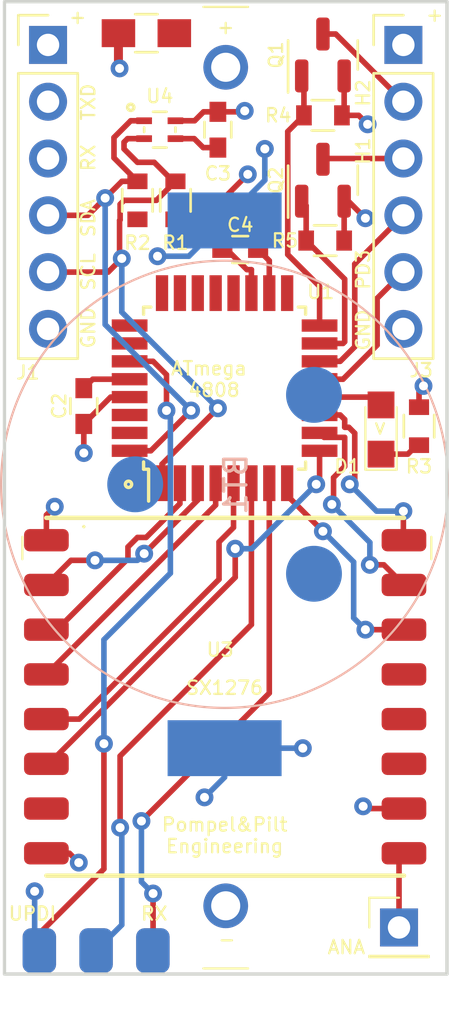
<source format=kicad_pcb>
(kicad_pcb (version 20211014) (generator pcbnew)
  (layers (0 "F.Cu" signal) (31 "B.Cu" signal) (37 "F.SilkS" user "F.Silkscreen") (38 "B.Mask" user) (39 "F.Mask" user) (44 "Edge.Cuts" user))
  (net 0 "")
  (net 1 "/RSTL")
  (net 2 "/SS")
  (net 3 "/SCK")
  (net 4 "/MOSI")
  (net 5 "/MISO")
  (net 6 "/REC_INT")
  (net 7 "GND")
  (net 8 "VCC")
  (net 9 "/INT1")
  (net 10 "/SDA")
  (net 11 "/SCL")
  (net 12 "Net-(D1-Pad1)")
  (net 13 "/LED")
  (net 14 "/ANA")
  (net 15 "/TXD")
  (net 16 "/D2")
  (net 17 "/D1")
  (net 21 "/RXD")
  (net 26 "/UPDI")
  (net 27 "/PD6")
  (net 28 "/PD5")
  (net 29 "/PD4")
  (net 30 "/PD3")
  (net 37 "/TX")
  (net 38 "/RX")
  (net 39 "/HP1")
  (net 40 "/HP2")
  (footprint "LEDs:LED_0805" (layer "F.Cu") (at 115.4 58.25 90)
    (fp_text reference "D1" (at -1.65 -1.5) (layer "F.SilkS") (effects (font (size 0.6 0.6) (thickness 0.1))))
    (fp_text value "LED")
    (fp_line (start -1.8 -0.7) (end 1 -0.7) (layer "F.SilkS") (width 0.1))
    (fp_line (start -1.8 -0.7) (end -1.8 0.7) (layer "F.SilkS") (width 0.1))
    (fp_line (start -1.8 0.7) (end 1 0.7) (layer "F.SilkS") (width 0.1))
    (pad "1" smd rect locked (at -1.1 0 270) (size 1.2 1.2) (layers "F.Cu" "F.Paste" "F.Mask") (net 12 "Net-(D1-Pad1)"))
    (pad "2" smd rect locked (at 1.1 0 270) (size 1.2 1.2) (layers "F.Cu" "F.Paste" "F.Mask") (net 13 "/LED"))
  )
  (footprint "Pin_Headers:Pin_Header_Straight_1x01_Pitch2.54mm" (layer "F.Cu") (at 116.205 80.518)
    (fp_text reference "AE1" hide)
    (fp_text value "Antenna")
    (fp_line (start 1.33 1.27) (end 1.33 1.33) (layer "F.SilkS") (width 0.1))
    (fp_line (start -1.33 -1.33) (end 0 -1.33) (layer "F.SilkS") (width 0.1))
    (fp_line (start -1.33 1.27) (end 1.33 1.27) (layer "F.SilkS") (width 0.1))
    (fp_line (start -1.33 0) (end -1.33 -1.33) (layer "F.SilkS") (width 0.1))
    (fp_line (start -1.33 1.27) (end -1.33 1.33) (layer "F.SilkS") (width 0.1))
    (fp_line (start -1.33 1.33) (end 1.33 1.33) (layer "F.SilkS") (width 0.1))
    (pad "1" thru_hole rect locked (at 0 0) (size 1.7 1.7) (drill 1) (layers *.Cu *.Mask) (net 14 "/ANA"))
  )
  (footprint "halib:EdgePads_FB_2x03" (layer "F.Cu") (at 102.65 84.6)
    (fp_text reference "J2" hide)
    (fp_text value "Conn_02x03_Top_Bottom")
    (pad "1" connect roundrect locked (at -2.54 -3.048) (size 1.5 2) (layers "F.Cu" "F.Mask") (net 26 "/UPDI"))
    (pad "2" connect roundrect locked (at 0 -3.048) (size 1.5 2) (layers "F.Cu" "F.Mask"))
    (pad "3" connect roundrect locked (at 2.54 -3.048) (size 1.5 2) (layers "F.Cu" "F.Mask") (net 15 "/TXD"))
    (pad "4" connect roundrect locked (at -2.54 -3.048) (size 1.5 2) (layers "B.Cu" "B.Mask") (net 8 "VCC"))
    (pad "5" connect roundrect locked (at 0 -3.048) (size 1.5 2) (layers "B.Cu" "B.Mask") (net 21 "/RXD"))
    (pad "6" connect roundrect locked (at 2.54 -3.048) (size 1.5 2) (layers "B.Cu" "B.Mask") (net 7 "GND"))
  )
  (footprint "halib:1276Module2mm" (layer "F.Cu") (at 106.426 76.2)
    (fp_text reference "U3" (at 1.774 -8.1) (layer "F.SilkS") (effects (font (size 0.6 0.6) (thickness 0.1))))
    (fp_text value "1276Module")
    (fp_line (start 10 2) (end -6 2) (layer "F.SilkS") (width 0.2))
    (fp_line (start -6 -14) (end 10 -14) (layer "F.SilkS") (width 0.2))
    (pad "1" smd roundrect (at 10 -1) (size 2 1) (layers "F.Cu" "F.Paste" "F.Mask") (net 7 "GND"))
    (pad "1" smd roundrect (at -6 1) (size 2 1) (layers "F.Cu" "F.Paste" "F.Mask") (net 7 "GND"))
    (pad "1" smd roundrect (at -6 -13) (size 2 1) (layers "F.Cu" "F.Paste" "F.Mask") (net 7 "GND"))
    (pad "2" smd roundrect (at -6 -11) (size 2 1) (layers "F.Cu" "F.Paste" "F.Mask") (net 5 "/MISO"))
    (pad "3" smd roundrect (at -6 -9) (size 2 1) (layers "F.Cu" "F.Paste" "F.Mask") (net 4 "/MOSI"))
    (pad "4" smd roundrect (at -6 -7) (size 2 1) (layers "F.Cu" "F.Paste" "F.Mask") (net 3 "/SCK"))
    (pad "5" smd roundrect (at -6 -5) (size 2 1) (layers "F.Cu" "F.Paste" "F.Mask") (net 2 "/SS"))
    (pad "6" smd roundrect (at -6 -3) (size 2 1) (layers "F.Cu" "F.Paste" "F.Mask") (net 1 "/RSTL"))
    (pad "7" smd roundrect (at 10 -9) (size 2 1) (layers "F.Cu" "F.Paste" "F.Mask") (net 6 "/REC_INT"))
    (pad "8" smd roundrect (at 10 -11) (size 2 1) (layers "F.Cu" "F.Paste" "F.Mask") (net 17 "/D1"))
    (pad "9" smd roundrect (at 10 -13) (size 2 1) (layers "F.Cu" "F.Paste" "F.Mask") (net 16 "/D2"))
    (pad "10" smd roundrect (at 10 -3) (size 2 1) (layers "F.Cu" "F.Paste" "F.Mask"))
    (pad "11" smd roundrect (at 10 -5) (size 2 1) (layers "F.Cu" "F.Paste" "F.Mask"))
    (pad "12" smd roundrect (at -6 -1) (size 2 1) (layers "F.Cu" "F.Paste" "F.Mask"))
    (pad "13" smd roundrect (at 10 1) (size 2 1) (layers "F.Cu" "F.Paste" "F.Mask") (net 14 "/ANA"))
    (pad "14" smd roundrect (at 10 -7) (size 2 1) (layers "F.Cu" "F.Paste" "F.Mask") (net 8 "VCC"))
  )
  (footprint "halib:CR123Holder" (layer "F.Cu") (at 108.45 42.05 -90)
    (fp_text reference "BT2" hide)
    (fp_text value "CR123")
    (fp_line (start 21 9.1) (end 22 9.1) (layer "F.SilkS") (width 0.1))
    (fp_line (start 21 -9.2) (end 22 -9.2) (layer "F.SilkS") (width 0.1))
    (fp_line (start 40.3 -1) (end 40.3 1) (layer "F.SilkS") (width 0.1))
    (fp_line (start -2.7 -1) (end -2.7 1) (layer "F.SilkS") (width 0.1))
    (pad "1" thru_hole circle locked (at 0 0 270) (size 2 2) (drill 1.3) (layers *.Cu *.Mask) (net 8 "VCC"))
    (pad "2" thru_hole circle locked (at 37.5 0 270) (size 2 2) (drill 1.3) (layers *.Cu *.Mask) (net 7 "GND"))
  )
  (footprint "halib:C_0603_Compact_hand" (layer "F.Cu") (at 102.1 57.2 -90)
    (fp_text reference "C2" (at 0 1.1 90) (layer "F.SilkS") (effects (font (size 0.6 0.6) (thickness 0.1))))
    (fp_text value "100n")
    (fp_line (start 0.35 0.6) (end -0.35 0.6) (layer "F.SilkS") (width 0.12))
    (fp_line (start -0.35 -0.6) (end 0.35 -0.6) (layer "F.SilkS") (width 0.12))
    (pad "1" smd rect locked (at -0.8 0 270) (size 0.9 0.75) (layers "F.Cu" "F.Paste" "F.Mask") (net 8 "VCC"))
    (pad "2" smd rect locked (at 0.8 0 270) (size 0.9 0.75) (layers "F.Cu" "F.Paste" "F.Mask") (net 7 "GND"))
  )
  (footprint "halib:C_0603_Compact_hand" (layer "F.Cu") (at 108.1 44.841421 90)
    (fp_text reference "C3" (at -1.958579 0 180) (layer "F.SilkS") (effects (font (size 0.6 0.6) (thickness 0.1))))
    (fp_text value "100n")
    (fp_line (start 0.35 0.6) (end -0.35 0.6) (layer "F.SilkS") (width 0.12))
    (fp_line (start -0.35 -0.6) (end 0.35 -0.6) (layer "F.SilkS") (width 0.12))
    (pad "1" smd rect locked (at -0.8 0 90) (size 0.9 0.75) (layers "F.Cu" "F.Paste" "F.Mask") (net 8 "VCC"))
    (pad "2" smd rect locked (at 0.8 0 90) (size 0.9 0.75) (layers "F.Cu" "F.Paste" "F.Mask") (net 7 "GND"))
  )
  (footprint "halib:C_0603_Compact_hand" (layer "F.Cu") (at 109.1 50.2 180)
    (fp_text reference "C4" (at 0 1.1) (layer "F.SilkS") (effects (font (size 0.6 0.6) (thickness 0.1))))
    (fp_text value "100n")
    (fp_line (start 0.35 0.6) (end -0.35 0.6) (layer "F.SilkS") (width 0.12))
    (fp_line (start -0.35 -0.6) (end 0.35 -0.6) (layer "F.SilkS") (width 0.12))
    (pad "1" smd rect locked (at -0.8 0 180) (size 0.9 0.75) (layers "F.Cu" "F.Paste" "F.Mask") (net 8 "VCC"))
    (pad "2" smd rect locked (at 0.8 0 180) (size 0.9 0.75) (layers "F.Cu" "F.Paste" "F.Mask") (net 7 "GND"))
  )
  (footprint "halib:R_0603_Compact_hand" (layer "F.Cu") (at 117.1 58.1 90)
    (fp_text reference "R3" (at -1.8 0) (layer "F.SilkS") (effects (font (size 0.6 0.6) (thickness 0.1))))
    (fp_text value "R400")
    (fp_line (start -0.5 -0.68) (end 0.5 -0.68) (layer "F.SilkS") (width 0.12))
    (fp_line (start 0.5 0.68) (end -0.5 0.68) (layer "F.SilkS") (width 0.12))
    (pad "1" smd rect locked (at -0.85 0 90) (size 0.7 0.9) (layers "F.Cu" "F.Paste" "F.Mask") (net 12 "Net-(D1-Pad1)"))
    (pad "2" smd rect locked (at 0.85 0 90) (size 0.7 0.9) (layers "F.Cu" "F.Paste" "F.Mask") (net 7 "GND"))
  )
  (footprint "halib:R_0603_Compact_hand" (layer "F.Cu") (at 106.2 48 90)
    (fp_text reference "R1" (at -1.9 0 180) (layer "F.SilkS") (effects (font (size 0.6 0.6) (thickness 0.1))))
    (fp_text value "4k7")
    (fp_line (start 0.5 0.68) (end -0.5 0.68) (layer "F.SilkS") (width 0.12))
    (fp_line (start -0.5 -0.68) (end 0.5 -0.68) (layer "F.SilkS") (width 0.12))
    (pad "1" smd rect locked (at -0.85 0 90) (size 0.7 0.9) (layers "F.Cu" "F.Paste" "F.Mask") (net 8 "VCC"))
    (pad "2" smd rect locked (at 0.85 0 90) (size 0.7 0.9) (layers "F.Cu" "F.Paste" "F.Mask") (net 11 "/SCL"))
  )
  (footprint "halib:R_0603_Compact_hand" (layer "F.Cu") (at 104.5 48 90)
    (fp_text reference "R2" (at -1.9 0 180) (layer "F.SilkS") (effects (font (size 0.6 0.6) (thickness 0.1))))
    (fp_text value "4k7")
    (fp_line (start -0.5 -0.68) (end 0.5 -0.68) (layer "F.SilkS") (width 0.12))
    (fp_line (start 0.5 0.68) (end -0.5 0.68) (layer "F.SilkS") (width 0.12))
    (pad "1" smd rect locked (at -0.85 0 90) (size 0.7 0.9) (layers "F.Cu" "F.Paste" "F.Mask") (net 8 "VCC"))
    (pad "2" smd rect locked (at 0.85 0 90) (size 0.7 0.9) (layers "F.Cu" "F.Paste" "F.Mask") (net 10 "/SDA"))
  )
  (footprint "Capacitors_SMD:C_0805_HandSoldering" (layer "F.Cu") (at 104.9 40.525 180)
    (fp_text reference "C1" hide)
    (fp_text value "10uF")
    (fp_line (start 0.5 -0.85) (end -0.5 -0.85) (layer "F.SilkS") (width 0.12))
    (fp_line (start -0.5 0.85) (end 0.5 0.85) (layer "F.SilkS") (width 0.12))
    (pad "1" smd rect locked (at -1.25 0 180) (size 1.5 1.25) (layers "F.Cu" "F.Paste" "F.Mask") (net 8 "VCC"))
    (pad "2" smd rect locked (at 1.25 0 180) (size 1.5 1.25) (layers "F.Cu" "F.Paste" "F.Mask") (net 7 "GND"))
  )
  (footprint "halib:R_0603_Compact_hand" (layer "F.Cu") (at 112.9 49.8)
    (fp_text reference "R5" (at -1.8 0) (layer "F.SilkS") (effects (font (size 0.6 0.6) (thickness 0.1))))
    (fp_text value "100k")
    (fp_line (start 0.5 0.68) (end -0.5 0.68) (layer "F.SilkS") (width 0.12))
    (fp_line (start -0.5 -0.68) (end 0.5 -0.68) (layer "F.SilkS") (width 0.12))
    (pad "1" smd rect locked (at -0.85 0) (size 0.7 0.9) (layers "F.Cu" "F.Paste" "F.Mask") (net 28 "/PD5"))
    (pad "2" smd rect locked (at 0.85 0) (size 0.7 0.9) (layers "F.Cu" "F.Paste" "F.Mask") (net 7 "GND"))
  )
  (footprint "Package_TO_SOT_SMD:SOT-23" (layer "F.Cu") (at 112.8 41.5 90)
    (fp_text reference "Q1" (at 0 -2.1 90) (layer "F.SilkS") (effects (font (size 0.6 0.6) (thickness 0.1))))
    (fp_text value "N-MOS")
    (fp_line (start 0 1.56) (end 0.65 1.56) (layer "F.SilkS") (width 0.12))
    (fp_line (start 0 1.56) (end -0.65 1.56) (layer "F.SilkS") (width 0.12))
    (fp_line (start 0 -1.56) (end 0.65 -1.56) (layer "F.SilkS") (width 0.12))
    (fp_line (start 0 -1.56) (end -1.675 -1.56) (layer "F.SilkS") (width 0.12))
    (pad "1" smd roundrect locked (at -0.9375 -0.95 90) (size 1.475 0.6) (layers "F.Cu" "F.Paste" "F.Mask") (net 27 "/PD6"))
    (pad "2" smd roundrect locked (at -0.9375 0.95 90) (size 1.475 0.6) (layers "F.Cu" "F.Paste" "F.Mask") (net 7 "GND"))
    (pad "3" smd roundrect locked (at 0.9375 0 90) (size 1.475 0.6) (layers "F.Cu" "F.Paste" "F.Mask") (net 39 "/HP1"))
  )
  (footprint "Package_QFP:TQFP-32_7x7mm_P0.8mm" (layer "F.Cu") (at 108.4 56.4 90)
    (fp_text reference "U1" (at 4.3 4.3 180) (layer "F.SilkS") (effects (font (size 0.6 0.6) (thickness 0.1))))
    (fp_text value "ATmega4808-A")
    (fp_line (start -3.625 -3.625) (end -3.3 -3.625) (layer "F.SilkS") (width 0.15))
    (fp_line (start -3.625 3.625) (end -3.625 3.3) (layer "F.SilkS") (width 0.15))
    (fp_line (start 3.625 3.625) (end 3.3 3.625) (layer "F.SilkS") (width 0.15))
    (fp_line (start -3.625 -3.625) (end -3.625 -3.4) (layer "F.SilkS") (width 0.15))
    (fp_line (start 3.625 3.625) (end 3.625 3.3) (layer "F.SilkS") (width 0.15))
    (fp_line (start 3.625 -3.625) (end 3.625 -3.3) (layer "F.SilkS") (width 0.15))
    (fp_line (start -3.625 3.625) (end -3.3 3.625) (layer "F.SilkS") (width 0.15))
    (fp_line (start -3.625 -3.4) (end -5.05 -3.4) (layer "F.SilkS") (width 0.15))
    (fp_line (start 3.625 -3.625) (end 3.3 -3.625) (layer "F.SilkS") (width 0.15))
    (pad "1" smd rect locked (at -4.25 -2.8 90) (size 1.6 0.55) (layers "F.Cu" "F.Paste" "F.Mask") (net 11 "/SCL"))
    (pad "2" smd rect locked (at -4.25 -2 90) (size 1.6 0.55) (layers "F.Cu" "F.Paste" "F.Mask") (net 4 "/MOSI"))
    (pad "3" smd rect locked (at -4.25 -1.2 90) (size 1.6 0.55) (layers "F.Cu" "F.Paste" "F.Mask") (net 5 "/MISO"))
    (pad "4" smd rect locked (at -4.25 -0.4 90) (size 1.6 0.55) (layers "F.Cu" "F.Paste" "F.Mask") (net 3 "/SCK"))
    (pad "5" smd rect locked (at -4.25 0.4 90) (size 1.6 0.55) (layers "F.Cu" "F.Paste" "F.Mask") (net 2 "/SS"))
    (pad "6" smd rect locked (at -4.25 1.2 90) (size 1.6 0.55) (layers "F.Cu" "F.Paste" "F.Mask") (net 15 "/TXD"))
    (pad "7" smd rect locked (at -4.25 2 90) (size 1.6 0.55) (layers "F.Cu" "F.Paste" "F.Mask") (net 21 "/RXD"))
    (pad "8" smd rect locked (at -4.25 2.8 90) (size 1.6 0.55) (layers "F.Cu" "F.Paste" "F.Mask") (net 6 "/REC_INT"))
    (pad "9" smd rect locked (at -2.8 4.25 180) (size 1.6 0.55) (layers "F.Cu" "F.Paste" "F.Mask") (net 1 "/RSTL"))
    (pad "10" smd rect locked (at -2 4.25 180) (size 1.6 0.55) (layers "F.Cu" "F.Paste" "F.Mask") (net 17 "/D1"))
    (pad "11" smd rect locked (at -1.2 4.25 180) (size 1.6 0.55) (layers "F.Cu" "F.Paste" "F.Mask") (net 16 "/D2"))
    (pad "12" smd rect locked (at -0.4 4.25 180) (size 1.6 0.55) (layers "F.Cu" "F.Paste" "F.Mask") (net 13 "/LED"))
    (pad "13" smd rect locked (at 0.4 4.25 180) (size 1.6 0.55) (layers "F.Cu" "F.Paste" "F.Mask") (net 30 "/PD3"))
    (pad "14" smd rect locked (at 1.2 4.25 180) (size 1.6 0.55) (layers "F.Cu" "F.Paste" "F.Mask") (net 29 "/PD4"))
    (pad "15" smd rect locked (at 2 4.25 180) (size 1.6 0.55) (layers "F.Cu" "F.Paste" "F.Mask") (net 28 "/PD5"))
    (pad "16" smd rect locked (at 2.8 4.25 180) (size 1.6 0.55) (layers "F.Cu" "F.Paste" "F.Mask") (net 27 "/PD6"))
    (pad "17" smd rect locked (at 4.25 2.8 90) (size 1.6 0.55) (layers "F.Cu" "F.Paste" "F.Mask"))
    (pad "18" smd rect locked (at 4.25 2 90) (size 1.6 0.55) (layers "F.Cu" "F.Paste" "F.Mask") (net 8 "VCC"))
    (pad "19" smd rect locked (at 4.25 1.2 90) (size 1.6 0.55) (layers "F.Cu" "F.Paste" "F.Mask") (net 7 "GND"))
    (pad "20" smd rect locked (at 4.25 0.4 90) (size 1.6 0.55) (layers "F.Cu" "F.Paste" "F.Mask"))
    (pad "21" smd rect locked (at 4.25 -0.4 90) (size 1.6 0.55) (layers "F.Cu" "F.Paste" "F.Mask"))
    (pad "22" smd rect locked (at 4.25 -1.2 90) (size 1.6 0.55) (layers "F.Cu" "F.Paste" "F.Mask"))
    (pad "23" smd rect locked (at 4.25 -2 90) (size 1.6 0.55) (layers "F.Cu" "F.Paste" "F.Mask"))
    (pad "24" smd rect locked (at 4.25 -2.8 90) (size 1.6 0.55) (layers "F.Cu" "F.Paste" "F.Mask"))
    (pad "25" smd rect locked (at 2.8 -4.25 180) (size 1.6 0.55) (layers "F.Cu" "F.Paste" "F.Mask"))
    (pad "26" smd rect locked (at 2 -4.25 180) (size 1.6 0.55) (layers "F.Cu" "F.Paste" "F.Mask"))
    (pad "27" smd rect locked (at 1.2 -4.25 180) (size 1.6 0.55) (layers "F.Cu" "F.Paste" "F.Mask") (net 26 "/UPDI"))
    (pad "28" smd rect locked (at 0.4 -4.25 180) (size 1.6 0.55) (layers "F.Cu" "F.Paste" "F.Mask") (net 8 "VCC"))
    (pad "29" smd rect locked (at -0.4 -4.25 180) (size 1.6 0.55) (layers "F.Cu" "F.Paste" "F.Mask") (net 7 "GND"))
    (pad "30" smd rect locked (at -1.2 -4.25 180) (size 1.6 0.55) (layers "F.Cu" "F.Paste" "F.Mask"))
    (pad "31" smd rect locked (at -2 -4.25 180) (size 1.6 0.55) (layers "F.Cu" "F.Paste" "F.Mask") (net 9 "/INT1"))
    (pad "32" smd rect locked (at -2.8 -4.25 180) (size 1.6 0.55) (layers "F.Cu" "F.Paste" "F.Mask") (net 10 "/SDA"))
  )
  (footprint "Connector_PinHeader_2.54mm:PinHeader_1x06_P2.54mm_Vertical" (layer "F.Cu") (at 100.5 41.05)
    (fp_text reference "J1" (at -0.9 14.65) (layer "F.SilkS") (effects (font (size 0.6 0.6) (thickness 0.1))))
    (fp_text value "Conn_01x06")
    (fp_line (start -1.33 -1.33) (end 0 -1.33) (layer "F.SilkS") (width 0.12))
    (fp_line (start -1.33 14.03) (end 1.33 14.03) (layer "F.SilkS") (width 0.12))
    (fp_line (start -1.33 1.27) (end -1.33 14.03) (layer "F.SilkS") (width 0.12))
    (fp_line (start -1.33 1.27) (end 1.33 1.27) (layer "F.SilkS") (width 0.12))
    (fp_line (start 1.33 1.27) (end 1.33 14.03) (layer "F.SilkS") (width 0.12))
    (fp_line (start -1.33 0) (end -1.33 -1.33) (layer "F.SilkS") (width 0.12))
    (pad "1" thru_hole rect locked (at 0 0) (size 1.7 1.7) (drill 1) (layers *.Cu *.Mask) (net 8 "VCC"))
    (pad "2" thru_hole oval locked (at 0 2.54) (size 1.7 1.7) (drill 1) (layers *.Cu *.Mask) (net 37 "/TX"))
    (pad "3" thru_hole oval locked (at 0 5.08) (size 1.7 1.7) (drill 1) (layers *.Cu *.Mask) (net 38 "/RX"))
    (pad "4" thru_hole oval locked (at 0 7.62) (size 1.7 1.7) (drill 1) (layers *.Cu *.Mask) (net 10 "/SDA"))
    (pad "5" thru_hole oval locked (at 0 10.16) (size 1.7 1.7) (drill 1) (layers *.Cu *.Mask) (net 11 "/SCL"))
    (pad "6" thru_hole oval locked (at 0 12.7) (size 1.7 1.7) (drill 1) (layers *.Cu *.Mask) (net 7 "GND"))
  )
  (footprint "Connector_PinHeader_2.54mm:PinHeader_1x06_P2.54mm_Vertical" (layer "F.Cu") (at 116.4 41.05)
    (fp_text reference "J3" (at 0.8 14.55) (layer "F.SilkS") (effects (font (size 0.6 0.6) (thickness 0.1))))
    (fp_text value "Conn_01x06")
    (fp_line (start -1.33 1.27) (end -1.33 14.03) (layer "F.SilkS") (width 0.12))
    (fp_line (start -1.33 0) (end -1.33 -1.33) (layer "F.SilkS") (width 0.12))
    (fp_line (start -1.33 1.27) (end 1.33 1.27) (layer "F.SilkS") (width 0.12))
    (fp_line (start -1.33 -1.33) (end 0 -1.33) (layer "F.SilkS") (width 0.12))
    (fp_line (start 1.33 1.27) (end 1.33 14.03) (layer "F.SilkS") (width 0.12))
    (fp_line (start -1.33 14.03) (end 1.33 14.03) (layer "F.SilkS") (width 0.12))
    (pad "1" thru_hole rect locked (at 0 0) (size 1.7 1.7) (drill 1) (layers *.Cu *.Mask) (net 8 "VCC"))
    (pad "2" thru_hole oval locked (at 0 2.54) (size 1.7 1.7) (drill 1) (layers *.Cu *.Mask) (net 39 "/HP1"))
    (pad "3" thru_hole oval locked (at 0 5.08) (size 1.7 1.7) (drill 1) (layers *.Cu *.Mask) (net 40 "/HP2"))
    (pad "4" thru_hole oval locked (at 0 7.62) (size 1.7 1.7) (drill 1) (layers *.Cu *.Mask) (net 29 "/PD4"))
    (pad "5" thru_hole oval locked (at 0 10.16) (size 1.7 1.7) (drill 1) (layers *.Cu *.Mask) (net 30 "/PD3"))
    (pad "6" thru_hole oval locked (at 0 12.7) (size 1.7 1.7) (drill 1) (layers *.Cu *.Mask) (net 7 "GND"))
  )
  (footprint "halib:R_0603_Compact_hand" (layer "F.Cu") (at 112.8 44.2)
    (fp_text reference "R4" (at -2 0) (layer "F.SilkS") (effects (font (size 0.6 0.6) (thickness 0.1))))
    (fp_text value "100k")
    (fp_line (start -0.5 -0.68) (end 0.5 -0.68) (layer "F.SilkS") (width 0.12))
    (fp_line (start 0.5 0.68) (end -0.5 0.68) (layer "F.SilkS") (width 0.12))
    (pad "1" smd rect locked (at -0.85 0) (size 0.7 0.9) (layers "F.Cu" "F.Paste" "F.Mask") (net 27 "/PD6"))
    (pad "2" smd rect locked (at 0.85 0) (size 0.7 0.9) (layers "F.Cu" "F.Paste" "F.Mask") (net 7 "GND"))
  )
  (footprint "halib:SHT4x" (layer "F.Cu") (at 105.5 44.841421)
    (fp_text reference "U4" (at 0 -1.5 unlocked) (layer "F.SilkS") (effects (font (size 0.6 0.6) (thickness 0.1))))
    (fp_text value "SHT4x")
    (fp_line (start -0.7 -0.1) (end -0.7 0.1) (layer "F.SilkS") (width 0.12))
    (fp_line (start -0.3 0.8) (end 0.3 0.8) (layer "F.SilkS") (width 0.12))
    (fp_line (start -0.3 -0.8) (end 0.3 -0.8) (layer "F.SilkS") (width 0.12))
    (fp_line (start 0.7 -0.1) (end 0.7 0.1) (layer "F.SilkS") (width 0.12))
    (pad "1" smd rect locked (at -0.7 -0.4) (size 0.7 0.3) (layers "F.Cu" "F.Paste" "F.Mask") (net 10 "/SDA"))
    (pad "2" smd rect (at -0.7 0.4) (size 0.7 0.3) (layers "F.Cu" "F.Paste" "F.Mask") (net 11 "/SCL"))
    (pad "3" smd rect (at 0.7 0.4) (size 0.7 0.3) (layers "F.Cu" "F.Paste" "F.Mask") (net 8 "VCC"))
    (pad "4" smd rect (at 0.7 -0.4) (size 0.7 0.3) (layers "F.Cu" "F.Paste" "F.Mask") (net 7 "GND"))
  )
  (footprint "Package_TO_SOT_SMD:SOT-23" (layer "F.Cu") (at 112.8 47.1 90)
    (fp_text reference "Q2" (at 0 -2.1 90) (layer "F.SilkS") (effects (font (size 0.6 0.6) (thickness 0.1))))
    (fp_text value "N-MOS")
    (fp_line (start 0 -1.56) (end 0.65 -1.56) (layer "F.SilkS") (width 0.12))
    (fp_line (start 0 -1.56) (end -1.675 -1.56) (layer "F.SilkS") (width 0.12))
    (fp_line (start 0 1.56) (end -0.65 1.56) (layer "F.SilkS") (width 0.12))
    (fp_line (start 0 1.56) (end 0.65 1.56) (layer "F.SilkS") (width 0.12))
    (pad "1" smd roundrect locked (at -0.9375 -0.95 90) (size 1.475 0.6) (layers "F.Cu" "F.Paste" "F.Mask") (net 28 "/PD5"))
    (pad "2" smd roundrect locked (at -0.9375 0.95 90) (size 1.475 0.6) (layers "F.Cu" "F.Paste" "F.Mask") (net 7 "GND"))
    (pad "3" smd roundrect locked (at 0.9375 0 90) (size 1.475 0.6) (layers "F.Cu" "F.Paste" "F.Mask") (net 40 "/HP2"))
  )
  (footprint "halib:2032-SMD_COMPACT" (layer "B.Cu") (at 108.4 60.7 -90)
    (fp_text reference "BT1" (at 0 -0.5 90) (layer "B.SilkS") (effects (justify mirror)))
    (fp_text value "CR2032")
    (fp_circle (center 0 0) (end 10 0) (layer "B.SilkS") (width 0.1) (fill none))
    (pad "1" smd rect locked (at 11.8 0 270) (size 2.5 5.1) (layers "B.Cu" "B.Paste" "B.Mask") (net 8 "VCC"))
    (pad "1" smd rect locked (at -11.8 0 270) (size 2.5 5.1) (layers "B.Cu" "B.Paste" "B.Mask") (net 8 "VCC"))
    (pad "2" smd circle locked (at -4 -4 270) (size 2.5 2.5) (layers "B.Cu" "B.Paste" "B.Mask") (net 7 "GND"))
    (pad "2" smd circle locked (at 4 -4 270) (size 2.5 2.5) (layers "B.Cu" "B.Paste" "B.Mask") (net 7 "GND"))
    (pad "2" smd circle locked (at 0 4 270) (size 2.5 2.5) (layers "B.Cu" "B.Paste" "B.Mask") (net 7 "GND"))
  )
  (gr_circle (center 104.2 43.841421) (end 104.3 43.941421) (layer "F.SilkS") (width 0.15) (fill none))
  (gr_circle (center 104.1 60.7) (end 104.2 60.8) (layer "F.SilkS") (width 0.15) (fill none))
  (gr_line (start 98.55 39.116) (end 118.35 39.116) (layer "Edge.Cuts") (width 0.15))
  (gr_line (start 118.35 82.6) (end 98.55 82.6) (layer "Edge.Cuts") (width 0.15))
  (gr_line (start 98.55 82.6) (end 98.55 39.116) (layer "Edge.Cuts") (width 0.15))
  (gr_line (start 118.35 39.116) (end 118.35 82.6) (layer "Edge.Cuts") (width 0.15))
  (gr_text "-" (at 108.5 81.05) (layer "F.SilkS") (effects (font (size 0.6 0.6) (thickness 0.1))))
  (gr_text "." (at 102.1 62.35) (layer "F.SilkS") (effects (font (size 0.6 0.6) (thickness 0.1))))
  (gr_text "+" (at 101.825 39.8) (layer "F.SilkS") (effects (font (size 0.6 0.6) (thickness 0.1))))
  (gr_text "GND" (at 102.3 53.7 90) (layer "F.SilkS") (effects (font (size 0.6 0.6) (thickness 0.1))))
  (gr_text "RX" (at 102.3 46.1 90) (layer "F.SilkS") (effects (font (size 0.6 0.6) (thickness 0.1))))
  (gr_text "+" (at 117.8 39.7) (layer "F.SilkS") (effects (font (size 0.6 0.6) (thickness 0.1))))
  (gr_text "PD3" (at 114.6 51.1 90) (layer "F.SilkS") (effects (font (size 0.6 0.6) (thickness 0.1))))
  (gr_text "ATmega\n 4808" (at 107.7 56) (layer "F.SilkS") (effects (font (size 0.6 0.6) (thickness 0.1))))
  (gr_text "+" (at 108.45 40.25) (layer "F.SilkS") (effects (font (size 0.6 0.6) (thickness 0.1))))
  (gr_text "H2" (at 114.6 43.2 90) (layer "F.SilkS") (effects (font (size 0.6 0.6) (thickness 0.1))))
  (gr_text "GND" (at 114.6 53.8 90) (layer "F.SilkS") (effects (font (size 0.6 0.6) (thickness 0.1))))
  (gr_text ">" (at 115.4 58.2 270) (layer "F.SilkS") (effects (font (size 0.6 0.6) (thickness 0.1))))
  (gr_text "Pompel&Pilt\nEngineering" (at 108.4 76.4) (layer "F.SilkS") (effects (font (size 0.6 0.6) (thickness 0.1))))
  (gr_text "RX" (at 105.25 79.9) (layer "F.SilkS") (effects (font (size 0.6 0.6) (thickness 0.1))))
  (gr_text "H1" (at 114.6 45.8 90) (layer "F.SilkS") (effects (font (size 0.6 0.6) (thickness 0.1))))
  (gr_text "ANA" (at 113.85 81.4) (layer "F.SilkS") (effects (font (size 0.6 0.6) (thickness 0.1))))
  (gr_text "TXD" (at 102.3 43.6 90) (layer "F.SilkS") (effects (font (size 0.6 0.6) (thickness 0.1))))
  (gr_text "SDA" (at 102.3 48.8 90) (layer "F.SilkS") (effects (font (size 0.6 0.6) (thickness 0.1))))
  (gr_text "UPDI" (at 99.8 79.9) (layer "F.SilkS") (effects (font (size 0.6 0.6) (thickness 0.1))))
  (gr_text "SCL" (at 102.3 51.2 90) (layer "F.SilkS") (effects (font (size 0.6 0.6) (thickness 0.1))))
  (gr_text "SX1276" (at 108.4 69.8) (layer "F.SilkS") (effects (font (size 0.6 0.6) (thickness 0.1))))
  (segment (start 112.65 59.2) (end 112.65 60.55) (width 0.25) (layer "F.Cu") (net 1))
  (segment (start 108.8755 64.860204) (end 108.8755 63.579307) (width 0.25) (layer "F.Cu") (net 1))
  (segment (start 100.426 73.2) (end 100.535704 73.2) (width 0.25) (layer "F.Cu") (net 1))
  (segment (start 112.65 60.55) (end 112.5 60.7) (width 0.25) (layer "F.Cu") (net 1))
  (segment (start 100.535704 73.2) (end 108.8755 64.860204) (width 0.25) (layer "F.Cu") (net 1))
  (via (at 112.5 60.7) (size 0.8) (drill 0.4) (layers "F.Cu" "B.Cu") (net 1))
  (via (at 108.8755 63.579307) (size 0.8) (drill 0.4) (layers "F.Cu" "B.Cu") (net 1))
  (segment (start 109.620693 63.579307) (end 108.8755 63.579307) (width 0.25) (layer "B.Cu") (net 1))
  (segment (start 112.5 60.7) (end 109.620693 63.579307) (width 0.25) (layer "B.Cu") (net 1))
  (segment (start 101.9 71.2) (end 100.426 71.2) (width 0.25) (layer "F.Cu") (net 2))
  (segment (start 108.8 62.630207) (end 108.150999 63.279208) (width 0.25) (layer "F.Cu") (net 2))
  (segment (start 108.8 60.65) (end 108.8 62.630207) (width 0.25) (layer "F.Cu") (net 2))
  (segment (start 108.150999 64.949001) (end 101.9 71.2) (width 0.25) (layer "F.Cu") (net 2))
  (segment (start 108.150999 63.279208) (end 108.150999 64.949001) (width 0.25) (layer "F.Cu") (net 2))
  (segment (start 108 61.626) (end 100.426 69.2) (width 0.25) (layer "F.Cu") (net 3))
  (segment (start 108 60.65) (end 108 61.626) (width 0.25) (layer "F.Cu") (net 3))
  (segment (start 104.889498 63.0762) (end 104.500602 63.0762) (width 0.25) (layer "F.Cu") (net 4))
  (segment (start 104.0762 64.0238) (end 100.9 67.2) (width 0.25) (layer "F.Cu") (net 4))
  (segment (start 104.500602 63.0762) (end 104.0762 63.500602) (width 0.25) (layer "F.Cu") (net 4))
  (segment (start 106.4 61.565698) (end 104.889498 63.0762) (width 0.25) (layer "F.Cu") (net 4))
  (segment (start 104.0762 63.500602) (end 104.0762 64.0238) (width 0.25) (layer "F.Cu") (net 4))
  (segment (start 100.9 67.2) (end 100.426 67.2) (width 0.25) (layer "F.Cu") (net 4))
  (segment (start 106.4 60.65) (end 106.4 61.565698) (width 0.25) (layer "F.Cu") (net 4))
  (segment (start 107.2 61.401402) (end 104.800701 63.800701) (width 0.25) (layer "F.Cu") (net 5))
  (segment (start 101.526 64.1) (end 100.426 65.2) (width 0.25) (layer "F.Cu") (net 5))
  (segment (start 102.6 64.1) (end 101.526 64.1) (width 0.25) (layer "F.Cu") (net 5))
  (segment (start 107.2 60.65) (end 107.2 61.401402) (width 0.25) (layer "F.Cu") (net 5))
  (via (at 102.6 64.1) (size 0.8) (drill 0.4) (layers "F.Cu" "B.Cu") (net 5))
  (via (at 104.800701 63.800701) (size 0.8) (drill 0.4) (layers "F.Cu" "B.Cu") (net 5))
  (segment (start 104.501402 64.1) (end 104.800701 63.800701) (width 0.25) (layer "B.Cu") (net 5))
  (segment (start 102.6 64.1) (end 104.501402 64.1) (width 0.25) (layer "B.Cu") (net 5))
  (segment (start 111.2 61.2) (end 112.8 62.8) (width 0.25) (layer "F.Cu") (net 6))
  (segment (start 111.2 60.65) (end 111.2 61.2) (width 0.25) (layer "F.Cu") (net 6))
  (segment (start 114.7 67.2) (end 116.426 67.2) (width 0.25) (layer "F.Cu") (net 6))
  (via (at 112.8 62.8) (size 0.8) (drill 0.4) (layers "F.Cu" "B.Cu") (net 6))
  (via (at 114.7 67.2) (size 0.8) (drill 0.4) (layers "F.Cu" "B.Cu") (net 6))
  (segment (start 114.175499 64.175499) (end 114.175499 66.675499) (width 0.25) (layer "B.Cu") (net 6))
  (segment (start 112.8 62.8) (end 114.175499 64.175499) (width 0.25) (layer "B.Cu") (net 6))
  (segment (start 114.175499 66.675499) (end 114.7 67.2) (width 0.25) (layer "B.Cu") (net 6))
  (segment (start 114.7 75.2) (end 114.6 75.1) (width 0.25) (layer "F.Cu") (net 7))
  (segment (start 113.65 44.2) (end 114.4 44.2) (width 0.25) (layer "F.Cu") (net 7))
  (segment (start 113.75 42.4375) (end 113.75 44.1) (width 0.25) (layer "F.Cu") (net 7))
  (segment (start 101.45727 77.2) (end 101.8755 77.61823) (width 0.25) (layer "F.Cu") (net 7))
  (segment (start 108.3 47.975402) (end 109.437701 46.837701) (width 0.25) (layer "F.Cu") (net 7))
  (segment (start 109.6 51.1) (end 109.6 52.15) (width 0.25) (layer "F.Cu") (net 7))
  (segment (start 108.1 44.041421) (end 109.258579 44.041421) (width 0.25) (layer "F.Cu") (net 7))
  (segment (start 113.75 44.1) (end 113.65 44.2) (width 0.25) (layer "F.Cu") (net 7))
  (segment (start 117.1 57.25) (end 117.1 56.5) (width 0.25) (layer "F.Cu") (net 7))
  (segment (start 102.1 58) (end 102.1 59.3) (width 0.25) (layer "F.Cu") (net 7))
  (segment (start 109.258579 44.041421) (end 109.3 44) (width 0.25) (layer "F.Cu") (net 7))
  (segment (start 113.9375 48.0375) (end 114.7 48.8) (width 0.25) (layer "F.Cu") (net 7))
  (segment (start 109.399511 51.1) (end 109.6 51.1) (width 0.25) (layer "F.Cu") (net 7))
  (segment (start 108.1 44.041421) (end 107.458579 44.041421) (width 0.25) (layer "F.Cu") (net 7))
  (segment (start 100.426 77.2) (end 101.45727 77.2) (width 0.25) (layer "F.Cu") (net 7))
  (segment (start 100.426 62.074) (end 100.8 61.7) (width 0.25) (layer "F.Cu") (net 7))
  (segment (start 116.426 75.2) (end 114.7 75.2) (width 0.25) (layer "F.Cu") (net 7))
  (segment (start 113.75 48.0375) (end 113.9375 48.0375) (width 0.25) (layer "F.Cu") (net 7))
  (segment (start 108.499511 50.2) (end 109.399511 51.1) (width 0.25) (layer "F.Cu") (net 7))
  (segment (start 107.058579 44.441421) (end 106.2 44.441421) (width 0.25) (layer "F.Cu") (net 7))
  (segment (start 117.1 56.5) (end 117.3 56.3) (width 0.25) (layer "F.Cu") (net 7))
  (segment (start 107.458579 44.041421) (end 107.058579 44.441421) (width 0.25) (layer "F.Cu") (net 7))
  (segment (start 108.3 50.2) (end 108.3 47.975402) (width 0.25) (layer "F.Cu") (net 7))
  (segment (start 100.426 63.2) (end 100.426 62.074) (width 0.25) (layer "F.Cu") (net 7))
  (segment (start 103.65 42.05) (end 103.7 42.1) (width 0.25) (layer "F.Cu") (net 7))
  (segment (start 114.4 44.2) (end 114.8 44.6) (width 0.25) (layer "F.Cu") (net 7))
  (segment (start 103.65 40.525) (end 103.65 42.05) (width 0.4) (layer "F.Cu") (net 7))
  (segment (start 102.1 58) (end 103.3 56.8) (width 0.25) (layer "F.Cu") (net 7))
  (segment (start 103.3 56.8) (end 104.15 56.8) (width 0.25) (layer "F.Cu") (net 7))
  (segment (start 113.75 48.0375) (end 113.75 49.8) (width 0.25) (layer "F.Cu") (net 7))
  (segment (start 108.3 50.2) (end 108.499511 50.2) (width 0.25) (layer "F.Cu") (net 7))
  (via (at 109.437701 46.837701) (size 0.8) (drill 0.4) (layers "F.Cu" "B.Cu") (net 7))
  (via (at 100.8 61.7) (size 0.8) (drill 0.4) (layers "F.Cu" "B.Cu") (net 7))
  (via (at 102.1 59.3) (size 0.8) (drill 0.4) (layers "F.Cu" "B.Cu") (net 7))
  (via (at 114.7 48.8) (size 0.8) (drill 0.4) (layers "F.Cu" "B.Cu") (net 7))
  (via (at 109.3 44) (size 0.8) (drill 0.4) (layers "F.Cu" "B.Cu") (net 7))
  (via (at 101.8755 77.61823) (size 0.8) (drill 0.4) (layers "F.Cu" "B.Cu") (net 7))
  (via (at 114.6 75.1) (size 0.8) (drill 0.4) (layers "F.Cu" "B.Cu") (net 7))
  (via (at 103.7 42.1) (size 0.8) (drill 0.4) (layers "F.Cu" "B.Cu") (net 7))
  (via (at 114.8 44.6) (size 0.8) (drill 0.4) (layers "F.Cu" "B.Cu") (net 7))
  (via (at 117.3 56.3) (size 0.8) (drill 0.4) (layers "F.Cu" "B.Cu") (net 7))
  (segment (start 102.5 56) (end 104.15 56) (width 0.25) (layer "F.Cu") (net 8))
  (segment (start 107.441421 45.641421) (end 107.041421 45.241421) (width 0.25) (layer "F.Cu") (net 8))
  (segment (start 110.4 50.7) (end 110.4 52.15) (width 0.25) (layer "F.Cu") (net 8))
  (segment (start 109.9 50.2) (end 110.4 50.7) (width 0.25) (layer "F.Cu") (net 8))
  (segment (start 108.1 45.641421) (end 107.441421 45.641421) (width 0.25) (layer "F.Cu") (net 8))
  (segment (start 110.3 52.05) (end 110.4 52.15) (width 0.25) (layer "F.Cu") (net 8))
  (segment (start 102.1 56.4) (end 102.5 56) (width 0.25) (layer "F.Cu") (net 8))
  (segment (start 107.041421 45.241421) (end 106.2 45.241421) (width 0.25) (layer "F.Cu") (net 8))
  (via (at 107.5 74.7) (size 0.8) (drill 0.4) (layers "F.Cu" "B.Cu") (net 8))
  (via (at 111.9 72.5) (size 0.8) (drill 0.4) (layers "F.Cu" "B.Cu") (net 8))
  (via (at 110.2 45.7) (size 0.8) (drill 0.4) (layers "F.Cu" "B.Cu") (net 8))
  (via (at 105.4 50.5) (size 0.8) (drill 0.4) (layers "F.Cu" "B.Cu") (net 8))
  (via (at 99.9 78.9) (size 0.8) (drill 0.4) (layers "F.Cu" "B.Cu") (net 8))
  (segment (start 100.11 81.552) (end 99.9 81.342) (width 0.25) (layer "B.Cu") (net 8))
  (segment (start 108.4 72.5) (end 108.4 73.8) (width 0.25) (layer "B.Cu") (net 8))
  (segment (start 106.8 50.5) (end 105.4 50.5) (width 0.25) (layer "B.Cu") (net 8))
  (segment (start 108.4 72.5) (end 111.9 72.5) (width 0.25) (layer "B.Cu") (net 8))
  (segment (start 108.4 48.9) (end 106.8 50.5) (width 0.25) (layer "B.Cu") (net 8))
  (segment (start 99.9 81.342) (end 99.9 78.9) (width 0.25) (layer "B.Cu") (net 8))
  (segment (start 110.2 47.1) (end 110.2 45.7) (width 0.25) (layer "B.Cu") (net 8))
  (segment (start 108.4 73.8) (end 107.5 74.7) (width 0.25) (layer "B.Cu") (net 8))
  (segment (start 108.4 48.9) (end 110.2 47.1) (width 0.25) (layer "B.Cu") (net 8))
  (segment (start 104.2 44.441421) (end 104.8 44.441421) (width 0.25) (layer "F.Cu") (net 10))
  (segment (start 104.15 59.2) (end 105.1 59.2) (width 0.25) (layer "F.Cu") (net 10))
  (segment (start 103.055718 47.899248) (end 102.284966 48.67) (width 0.25) (layer "F.Cu") (net 10))
  (segment (start 104.5 47.15) (end 103.804966 47.15) (width 0.25) (layer "F.Cu") (net 10))
  (segment (start 102.284966 48.67) (end 100.5 48.67) (width 0.25) (layer "F.Cu") (net 10))
  (segment (start 103.450489 45.190932) (end 104.2 44.441421) (width 0.25) (layer "F.Cu") (net 10))
  (segment (start 104.5 47.15) (end 103.450489 46.100489) (width 0.25) (layer "F.Cu") (net 10))
  (segment (start 103.804966 47.15) (end 103.055718 47.899248) (width 0.25) (layer "F.Cu") (net 10))
  (segment (start 103.450489 46.100489) (end 103.450489 45.190932) (width 0.25) (layer "F.Cu") (net 10))
  (segment (start 105.1 59.2) (end 106.9 57.4) (width 0.25) (layer "F.Cu") (net 10))
  (via (at 103.055718 47.899248) (size 0.8) (drill 0.4) (layers "F.Cu" "B.Cu") (net 10))
  (via (at 106.9 57.4) (size 0.8) (drill 0.4) (layers "F.Cu" "B.Cu") (net 10))
  (segment (start 103.055718 53.555718) (end 103.055718 47.899248) (width 0.25) (layer "B.Cu") (net 10))
  (segment (start 106.9 57.4) (end 103.055718 53.555718) (width 0.25) (layer "B.Cu") (net 10))
  (segment (start 106.2 47.15) (end 106.1 47.15) (width 0.25) (layer "F.Cu") (net 11))
  (segment (start 103.19 51.21) (end 100.5 51.21) (width 0.25) (layer "F.Cu") (net 11))
  (segment (start 105.25 46.3) (end 104.5 46.3) (width 0.25) (layer "F.Cu") (net 11))
  (segment (start 105.35 48) (end 106.2 47.15) (width 0.25) (layer "F.Cu") (net 11))
  (segment (start 103.9 45.4) (end 104.058579 45.241421) (width 0.25) (layer "F.Cu") (net 11))
  (segment (start 103.7 48.9) (end 103.725489 48.874511) (width 0.25) (layer "F.Cu") (net 11))
  (segment (start 103.8 50.6) (end 103.7 50.5) (width 0.25) (layer "F.Cu") (net 11))
  (segment (start 104.058579 45.241421) (end 104.8 45.241421) (width 0.25) (layer "F.Cu") (net 11))
  (segment (start 103.9 45.7) (end 103.9 45.4) (width 0.25) (layer "F.Cu") (net 11))
  (segment (start 103.725489 48.175489) (end 103.900978 48) (width 0.25) (layer "F.Cu") (net 11))
  (segment (start 103.8 50.6) (end 103.19 51.21) (width 0.25) (layer "F.Cu") (net 11))
  (segment (start 104.5 46.3) (end 103.9 45.7) (width 0.25) (layer "F.Cu") (net 11))
  (segment (start 103.725489 48.874511) (end 103.725489 48.175489) (width 0.25) (layer "F.Cu") (net 11))
  (segment (start 106.1 47.15) (end 105.25 46.3) (width 0.25) (layer "F.Cu") (net 11))
  (segment (start 105.6 59.8) (end 108.1 57.3) (width 0.25) (layer "F.Cu") (net 11))
  (segment (start 105.6 60.65) (end 105.6 59.8) (width 0.25) (layer "F.Cu") (net 11))
  (segment (start 103.7 50.5) (end 103.7 48.9) (width 0.25) (layer "F.Cu") (net 11))
  (segment (start 103.900978 48) (end 105.35 48) (width 0.25) (layer "F.Cu") (net 11))
  (via (at 103.8 50.6) (size 0.8) (drill 0.4) (layers "F.Cu" "B.Cu") (net 11))
  (via (at 108.1 57.3) (size 0.8) (drill 0.4) (layers "F.Cu" "B.Cu") (net 11))
  (segment (start 108.1 57.3) (end 103.8 53) (width 0.25) (layer "B.Cu") (net 11))
  (segment (start 103.8 53) (end 103.8 50.6) (width 0.25) (layer "B.Cu") (net 11))
  (segment (start 116.6 59.35) (end 117 58.95) (width 0.25) (layer "F.Cu") (net 12))
  (segment (start 115.2 59.35) (end 116.6 59.35) (width 0.25) (layer "F.Cu") (net 12))
  (segment (start 112.65 56.8) (end 114.85 56.8) (width 0.25) (layer "F.Cu") (net 13))
  (segment (start 114.85 56.8) (end 115.2 57.15) (width 0.25) (layer "F.Cu") (net 13))
  (segment (start 116.426 77.2) (end 116.205 77.421) (width 0.25) (layer "F.Cu") (net 14))
  (segment (start 116.205 77.421) (end 116.205 80.518) (width 0.25) (layer "F.Cu") (net 14))
  (segment (start 110.4 60.65) (end 110.4 70.037707) (width 0.25) (layer "F.Cu") (net 15))
  (segment (start 105.2 79) (end 105.2 81.542) (width 0.25) (layer "F.Cu") (net 15))
  (segment (start 110.4 70.037707) (end 104.679236 75.758471) (width 0.25) (layer "F.Cu") (net 15))
  (segment (start 105.2 81.542) (end 105.19 81.552) (width 0.25) (layer "F.Cu") (net 15))
  (via (at 105.2 79) (size 0.8) (drill 0.4) (layers "F.Cu" "B.Cu") (net 15))
  (via (at 104.679236 75.758471) (size 0.8) (drill 0.4) (layers "F.Cu" "B.Cu") (net 15))
  (segment (start 104.679236 78.479236) (end 104.679236 75.758471) (width 0.25) (layer "B.Cu") (net 15))
  (segment (start 105.2 79) (end 104.679236 78.479236) (width 0.25) (layer "B.Cu") (net 15))
  (segment (start 113.960704 58.150978) (end 114.224022 58.414296) (width 0.25) (layer "F.Cu") (net 16))
  (segment (start 114.224022 60.475978) (end 114 60.7) (width 0.25) (layer "F.Cu") (net 16))
  (segment (start 116.4 63.174) (end 116.426 63.2) (width 0.25) (layer "F.Cu") (net 16))
  (segment (start 114.224022 58.414296) (end 114.224022 60.475978) (width 0.25) (layer "F.Cu") (net 16))
  (segment (start 113.574022 57.6) (end 113.774511 57.800489) (width 0.25) (layer "F.Cu") (net 16))
  (segment (start 113.774511 58.150978) (end 113.960704 58.150978) (width 0.25) (layer "F.Cu") (net 16))
  (segment (start 113.774511 57.800489) (end 113.774511 58.150978) (width 0.25) (layer "F.Cu") (net 16))
  (segment (start 116.4 61.9) (end 116.4 63.174) (width 0.25) (layer "F.Cu") (net 16))
  (segment (start 112.65 57.6) (end 113.574022 57.6) (width 0.25) (layer "F.Cu") (net 16))
  (via (at 116.4 61.9) (size 0.8) (drill 0.4) (layers "F.Cu" "B.Cu") (net 16))
  (via (at 114 60.7) (size 0.8) (drill 0.4) (layers "F.Cu" "B.Cu") (net 16))
  (segment (start 115.2 61.9) (end 116.4 61.9) (width 0.25) (layer "B.Cu") (net 16))
  (segment (start 114 60.7) (end 115.2 61.9) (width 0.25) (layer "B.Cu") (net 16))
  (segment (start 113.275499 60.399901) (end 113.275499 61.524501) (width 0.25) (layer "F.Cu") (net 17))
  (segment (start 114.9 64.3) (end 115.526 64.3) (width 0.25) (layer "F.Cu") (net 17))
  (segment (start 113.774511 59.900889) (end 113.275499 60.399901) (width 0.25) (layer "F.Cu") (net 17))
  (segment (start 113.275499 61.524501) (end 113.2 61.6) (width 0.25) (layer "F.Cu") (net 17))
  (segment (start 112.65 58.4) (end 112.850489 58.600489) (width 0.25) (layer "F.Cu") (net 17))
  (segment (start 112.850489 58.600489) (end 113.774511 58.600489) (width 0.25) (layer "F.Cu") (net 17))
  (segment (start 115.526 64.3) (end 116.426 65.2) (width 0.25) (layer "F.Cu") (net 17))
  (segment (start 113.774511 58.600489) (end 113.774511 59.900889) (width 0.25) (layer "F.Cu") (net 17))
  (via (at 113.2 61.6) (size 0.8) (drill 0.4) (layers "F.Cu" "B.Cu") (net 17))
  (via (at 114.9 64.3) (size 0.8) (drill 0.4) (layers "F.Cu" "B.Cu") (net 17))
  (segment (start 113.2 61.6) (end 114.9 63.3) (width 0.25) (layer "B.Cu") (net 17))
  (segment (start 114.9 63.3) (end 114.9 64.3) (width 0.25) (layer "B.Cu") (net 17))
  (segment (start 109.6 66.9754) (end 103.7245 72.8509) (width 0.25) (layer "F.Cu") (net 21))
  (segment (start 109.6 60.65) (end 109.6 66.9754) (width 0.25) (layer "F.Cu") (net 21))
  (segment (start 103.7245 72.8509) (end 103.7245 76.054246) (width 0.25) (layer "F.Cu") (net 21))
  (via (at 103.7245 76.054246) (size 0.8) (drill 0.4) (layers "F.Cu" "B.Cu") (net 21))
  (segment (start 103.799502 80.402498) (end 103.799502 76.129248) (width 0.25) (layer "B.Cu") (net 21))
  (segment (start 102.65 81.552) (end 103.799502 80.402498) (width 0.25) (layer "B.Cu") (net 21))
  (segment (start 103.799502 76.129248) (end 103.7245 76.054246) (width 0.25) (layer "B.Cu") (net 21))
  (segment (start 100.11 80.79) (end 103 77.9) (width 0.25) (layer "F.Cu") (net 26))
  (segment (start 105.8 55.8) (end 105.8 57.4) (width 0.25) (layer "F.Cu") (net 26))
  (segment (start 105.2 55.2) (end 105.8 55.8) (width 0.25) (layer "F.Cu") (net 26))
  (segment (start 104.15 55.2) (end 105.2 55.2) (width 0.25) (layer "F.Cu") (net 26))
  (segment (start 103 77.9) (end 103 72.3) (width 0.25) (layer "F.Cu") (net 26))
  (segment (start 100.11 81.552) (end 100.11 80.79) (width 0.25) (layer "F.Cu") (net 26))
  (via (at 103 72.3) (size 0.8) (drill 0.4) (layers "F.Cu" "B.Cu") (net 26))
  (via (at 105.8 57.4) (size 0.8) (drill 0.4) (layers "F.Cu" "B.Cu") (net 26))
  (segment (start 105.974511 57.574511) (end 105.974511 64.674511) (width 0.25) (layer "B.Cu") (net 26))
  (segment (start 105.974511 64.674511) (end 103 67.649022) (width 0.25) (layer "B.Cu") (net 26))
  (segment (start 105.8 57.4) (end 105.974511 57.574511) (width 0.25) (layer "B.Cu") (net 26))
  (segment (start 103 67.649022) (end 103 72.3) (width 0.25) (layer "B.Cu") (net 26))
  (segment (start 111.95 44.2) (end 111.95 42.5375) (width 0.25) (layer "F.Cu") (net 27))
  (segment (start 111.22548 44.92452) (end 111.95 44.2) (width 0.25) (layer "F.Cu") (net 27))
  (segment (start 112.65 53.6) (end 112.65 51.849022) (width 0.25) (layer "F.Cu") (net 27))
  (segment (start 112.65 51.849022) (end 111.22548 50.424502) (width 0.25) (layer "F.Cu") (net 27))
  (segment (start 111.95 42.5375) (end 111.85 42.4375) (width 0.25) (layer "F.Cu") (net 27))
  (segment (start 111.22548 50.424502) (end 111.22548 44.92452) (width 0.25) (layer "F.Cu") (net 27))
  (segment (start 112.05 49.8) (end 112.05 48.2375) (width 0.25) (layer "F.Cu") (net 28))
  (segment (start 113.7 54.4) (end 113.774511 54.325489) (width 0.25) (layer "F.Cu") (net 28))
  (segment (start 113.774511 54.325489) (end 113.774511 51.524511) (width 0.25) (layer "F.Cu") (net 28))
  (segment (start 112.05 48.2375) (end 111.85 48.0375) (width 0.25) (layer "F.Cu") (net 28))
  (segment (start 112.65 54.4) (end 113.7 54.4) (width 0.25) (layer "F.Cu") (net 28))
  (segment (start 113.774511 51.524511) (end 112.05 49.8) (width 0.25) (layer "F.Cu") (net 28))
  (segment (start 112.65 55.2) (end 113.574022 55.2) (width 0.25) (layer "F.Cu") (net 29))
  (segment (start 113.574022 55.2) (end 114.224022 54.55) (width 0.25) (layer "F.Cu") (net 29))
  (segment (start 114.224022 54.55) (end 114.224022 50.845978) (width 0.25) (layer "F.Cu") (net 29))
  (segment (start 114.224022 50.845978) (end 116.4 48.67) (width 0.25) (layer "F.Cu") (net 29))
  (segment (start 115.225489 52.384511) (end 116.4 51.21) (width 0.25) (layer "F.Cu") (net 30))
  (segment (start 112.65 56) (end 113.7 56) (width 0.25) (layer "F.Cu") (net 30))
  (segment (start 113.7 56) (end 115.225489 54.474511) (width 0.25) (layer "F.Cu") (net 30))
  (segment (start 115.225489 54.474511) (end 115.225489 52.384511) (width 0.25) (layer "F.Cu") (net 30))
  (segment (start 113.3725 40.5625) (end 116.4 43.59) (width 0.25) (layer "F.Cu") (net 39))
  (segment (start 112.8 40.5625) (end 113.3725 40.5625) (width 0.25) (layer "F.Cu") (net 39))
  (segment (start 112.8 46.1625) (end 112.8325 46.13) (width 0.25) (layer "F.Cu") (net 40))
  (segment (start 112.8325 46.13) (end 116.4 46.13) (width 0.25) (layer "F.Cu") (net 40))
)
</source>
